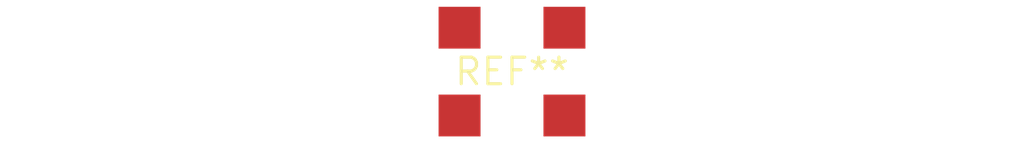
<source format=kicad_pcb>
(kicad_pcb (version 20240108) (generator pcbnew)
  (layers (0 "F.Cu" signal) (31 "B.Cu" signal) (34 "B.Paste" user) (35 "F.Paste" user) (36 "B.SilkS" user "B.Silkscreen") (37 "F.SilkS" user "F.Silkscreen") (38 "B.Mask" user) (39 "F.Mask" user) (44 "Edge.Cuts" user))
  (net 0 "")
  (footprint "Oscillator_SMD_EuroQuartz_XO91-4Pin_7.0x5.0mm" (layer "F.Cu") (at 0 0)
    (property "Reference" "REF**")
    (property "Value" "Oscillator_SMD_EuroQuartz_XO91-4Pin_7.0x5.0mm")
    (pad "1" smd rect (at -2.5 2.1) (size 2 2) (layers "F.Cu" "F.Paste" "F.Mask"))
    (pad "2" smd rect (at 2.5 2.1) (size 2 2) (layers "F.Cu" "F.Paste" "F.Mask"))
    (pad "3" smd rect (at 2.5 -2.1) (size 2 2) (layers "F.Cu" "F.Paste" "F.Mask"))
    (pad "4" smd rect (at -2.5 -2.1) (size 2 2) (layers "F.Cu" "F.Paste" "F.Mask"))
  )
)
</source>
